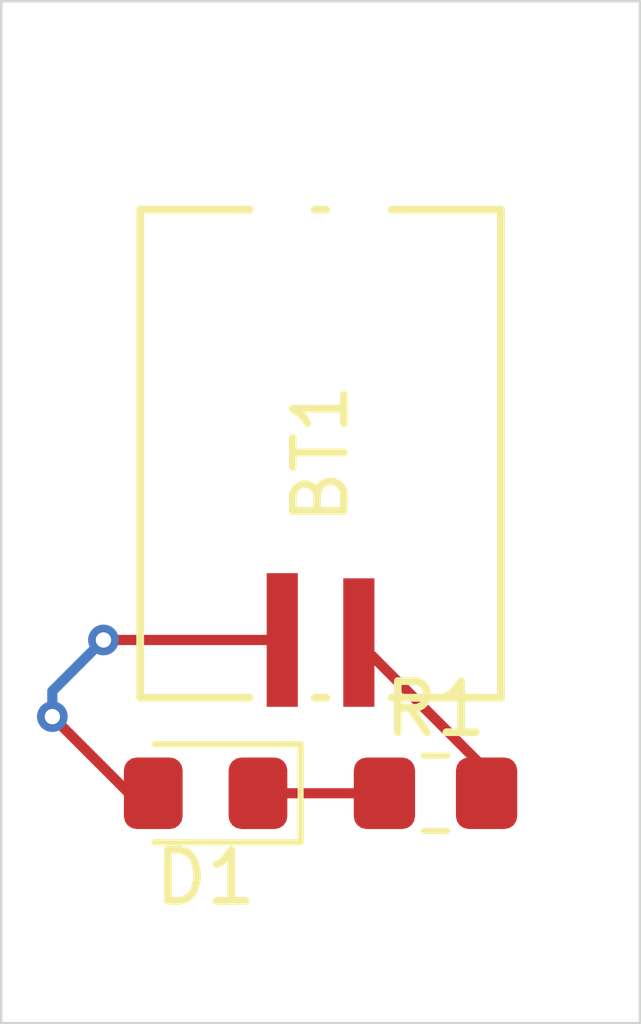
<source format=kicad_pcb>
(kicad_pcb (version 20240108) (generator "pcbnew") (generator_version "8.0")
  (title_block (title "LED Demo") (date "2025-01-28") (rev "1.0") (company "Formula Slug"))
  (layers (0 "F.Cu" signal) (31 "B.Cu" signal) (34 "B.Paste" user) (35 "F.Paste" user) (36 "B.SilkS" user "B.Silkscreen") (37 "F.SilkS" user "F.Silkscreen") (38 "B.Mask" user) (39 "F.Mask" user) (44 "Edge.Cuts" user))
  (net 0 "")
  (net 1 "Net-(BT1-+)")
  (net 2 "Net-(BT1--)")
  (net 3 "Net-(D1-K)")
  (footprint "LED_SMD:LED_0805_2012Metric_Pad1.15x1.40mm_HandSolder" (layer "F.Cu") (at 158 112 180)
    (property "Reference" "D1" (at 0 -1.65 360) (layer "F.SilkS"))
    (property "Value" "LED")
    (fp_line (start 1 -0.96) (end -1.86 -0.96) (stroke (width 0.12)) (layer "F.SilkS"))
    (fp_line (start -1.86 0.96) (end 1 0.96) (stroke (width 0.12)) (layer "F.SilkS"))
    (fp_line (start -1.86 -0.96) (end -1.86 0.96) (stroke (width 0.12)) (layer "F.SilkS"))
    (pad "1" smd roundrect (at -1.025 0 180) (size 1.15 1.4) (layers "F.Cu" "F.Paste" "F.Mask") (roundrect_rratio 0.217391) (net 3 "Net-(D1-K)"))
    (pad "2" smd roundrect (at 1.025 0 180) (size 1.15 1.4) (layers "F.Cu" "F.Paste" "F.Mask") (roundrect_rratio 0.217391) (net 1 "Net-(BT1-+)"))
  )
  (footprint "Resistor_SMD:R_0805_2012Metric_Pad1.20x1.40mm_HandSolder" (layer "F.Cu") (at 162.5 112)
    (property "Reference" "R1" (at 0 -1.65 0) (layer "F.SilkS"))
    (property "Value" "R")
    (fp_line (start -0.227064 -0.735) (end 0.227064 -0.735) (stroke (width 0.12)) (layer "F.SilkS"))
    (fp_line (start -0.227064 0.735) (end 0.227064 0.735) (stroke (width 0.12)) (layer "F.SilkS"))
    (pad "1" smd roundrect (at -1 0) (size 1.2 1.4) (layers "F.Cu" "F.Paste" "F.Mask") (roundrect_rratio 0.208333) (net 3 "Net-(D1-K)"))
    (pad "2" smd roundrect (at 1 0) (size 1.2 1.4) (layers "F.Cu" "F.Paste" "F.Mask") (roundrect_rratio 0.208333) (net 2 "Net-(BT1--)"))
  )
  (footprint "FS_3_Global_Footprint_Library:MS621FE-FL11E_SEC" (layer "F.Cu") (at 160.249999 105.3551 90)
    (property "Reference" "BT1" (at 0 0 90) (layer "F.SilkS"))
    (property "Value" "Battery_Cell")
    (fp_line (start 4.7752 -3.5306) (end -4.7752 -3.5306) (stroke (width 0.1524)) (layer "F.SilkS"))
    (fp_line (start -4.7752 -3.5306) (end -4.7752 -1.387541) (stroke (width 0.1524)) (layer "F.SilkS"))
    (fp_line (start 4.7752 -1.387541) (end 4.7752 -3.5306) (stroke (width 0.1524)) (layer "F.SilkS"))
    (fp_line (start -4.7752 -0.112461) (end -4.7752 0.112461) (stroke (width 0.1524)) (layer "F.SilkS"))
    (fp_line (start 4.7752 0.112461) (end 4.7752 -0.112461) (stroke (width 0.1524)) (layer "F.SilkS"))
    (fp_line (start -4.7752 1.387541) (end -4.7752 3.5306) (stroke (width 0.1524)) (layer "F.SilkS"))
    (fp_line (start 4.7752 3.5306) (end 4.7752 1.387541) (stroke (width 0.1524)) (layer "F.SilkS"))
    (fp_line (start -4.7752 3.5306) (end 4.7752 3.5306) (stroke (width 0.1524)) (layer "F.SilkS"))
    (pad "1" smd rect (at -3.6449 -0.750001 90) (size 2.6162 0.6096) (layers "F.Cu" "F.Paste" "F.Mask") (net 1 "Net-(BT1-+)"))
    (pad "2" smd rect (at -3.6957 0.750001 90) (size 2.5146 0.6096) (layers "F.Cu" "F.Paste" "F.Mask") (net 2 "Net-(BT1--)"))
  )
  (gr_rect (start 154 96.5) (end 166.5 116.5) (stroke (width 0.05)) (fill none) (layer "Edge.Cuts"))
  (segment (start 156.975 112) (end 156.5 112) (width 0.2) (layer "F.Cu") (net 1))
  (segment (start 156 109) (end 159.499998 109) (width 0.2) (layer "F.Cu") (net 1))
  (segment (start 156.5 112) (end 155 110.5) (width 0.2) (layer "F.Cu") (net 1))
  (via (at 155 110.5) (size 0.6) (drill 0.3) (layers "F.Cu" "B.Cu") (net 1))
  (via (at 156 109) (size 0.6) (drill 0.3) (layers "F.Cu" "B.Cu") (net 1))
  (segment (start 155 110.5) (end 155 110) (width 0.2) (layer "B.Cu") (net 1))
  (segment (start 155 110) (end 156 109) (width 0.2) (layer "B.Cu") (net 1))
  (segment (start 161 109.0508) (end 163.5 111.5508) (width 0.2) (layer "F.Cu") (net 2))
  (segment (start 163.5 111.5508) (end 163.5 112) (width 0.2) (layer "F.Cu") (net 2))
  (segment (start 161.5 112) (end 159.025 112) (width 0.2) (layer "F.Cu") (net 3))
)
</source>
